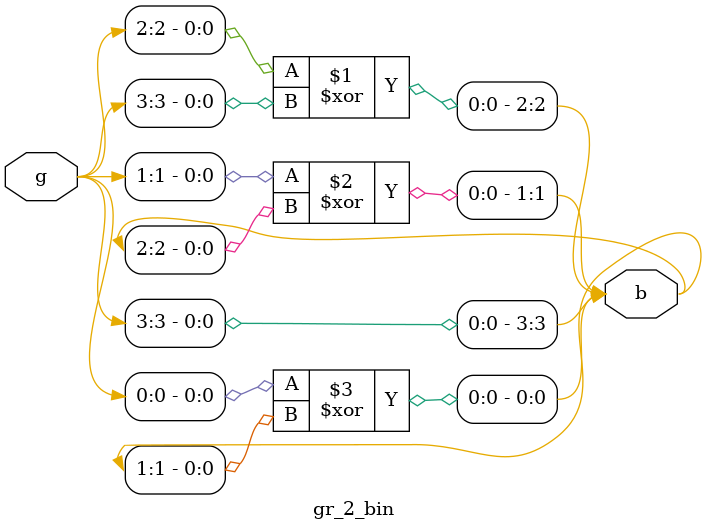
<source format=v>
module gr_2_bin(b,g);
  input [3:0] g;
  output [3:0] b;
 
   assign b[3]=g[3];
   assign b[2]=g[2] ^ b[3];
   assign b[1]=g[1] ^ b[2];
   assign b[0]=g[0] ^ b[1];
    
endmodule

</source>
